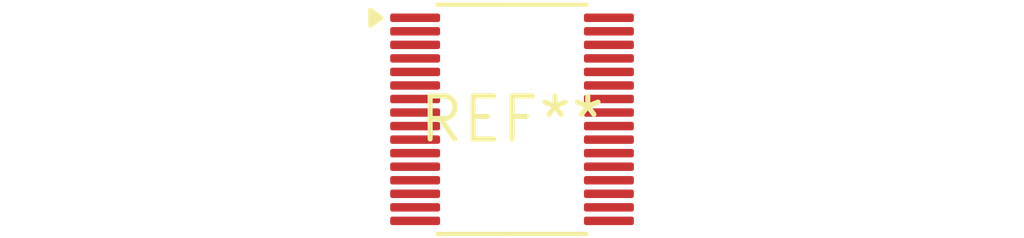
<source format=kicad_pcb>
(kicad_pcb (version 20240108) (generator pcbnew)
  (layers (0 "F.Cu" signal) (31 "B.Cu" signal) (34 "B.Paste" user) (35 "F.Paste" user) (36 "B.SilkS" user "B.Silkscreen") (37 "F.SilkS" user "F.Silkscreen") (38 "B.Mask" user) (39 "F.Mask" user) (44 "Edge.Cuts" user))
  (net 0 "")
  (footprint "TSSOP-32_4.4x6.5mm_P0.4mm" (layer "F.Cu") (at 0 0)
    (property "Reference" "REF**")
    (property "Value" "TSSOP-32_4.4x6.5mm_P0.4mm")
    (fp_line (start 0 -3.385) (end -2.2 -3.385) (layer "F.SilkS") (stroke (width 0.12)))
    (fp_line (start 0 -3.385) (end 2.2 -3.385) (layer "F.SilkS") (stroke (width 0.12)))
    (fp_line (start 0 3.385) (end -2.2 3.385) (layer "F.SilkS") (stroke (width 0.12)))
    (fp_line (start 0 3.385) (end 2.2 3.385) (layer "F.SilkS") (stroke (width 0.12)))
    (fp_poly (pts (xy -3.86 -3) (xy -4.19 -3.24) (xy -4.19 -2.76) (xy -3.86 -3)) (layer "F.SilkS") (stroke (width 0.12)) (fill solid))
    (pad "1" smd roundrect (at -2.8625 -3) (size 1.475 0.25) (layers "F.Cu" "F.Paste" "F.Mask"))
    (pad "2" smd roundrect (at -2.8625 -2.6) (size 1.475 0.25) (layers "F.Cu" "F.Paste" "F.Mask"))
    (pad "3" smd roundrect (at -2.8625 -2.2) (size 1.475 0.25) (layers "F.Cu" "F.Paste" "F.Mask"))
    (pad "4" smd roundrect (at -2.8625 -1.8) (size 1.475 0.25) (layers "F.Cu" "F.Paste" "F.Mask"))
    (pad "5" smd roundrect (at -2.8625 -1.4) (size 1.475 0.25) (layers "F.Cu" "F.Paste" "F.Mask"))
    (pad "6" smd roundrect (at -2.8625 -1) (size 1.475 0.25) (layers "F.Cu" "F.Paste" "F.Mask"))
    (pad "7" smd roundrect (at -2.8625 -0.6) (size 1.475 0.25) (layers "F.Cu" "F.Paste" "F.Mask"))
    (pad "8" smd roundrect (at -2.8625 -0.2) (size 1.475 0.25) (layers "F.Cu" "F.Paste" "F.Mask"))
    (pad "9" smd roundrect (at -2.8625 0.2) (size 1.475 0.25) (layers "F.Cu" "F.Paste" "F.Mask"))
    (pad "10" smd roundrect (at -2.8625 0.6) (size 1.475 0.25) (layers "F.Cu" "F.Paste" "F.Mask"))
    (pad "11" smd roundrect (at -2.8625 1) (size 1.475 0.25) (layers "F.Cu" "F.Paste" "F.Mask"))
    (pad "12" smd roundrect (at -2.8625 1.4) (size 1.475 0.25) (layers "F.Cu" "F.Paste" "F.Mask"))
    (pad "13" smd roundrect (at -2.8625 1.8) (size 1.475 0.25) (layers "F.Cu" "F.Paste" "F.Mask"))
    (pad "14" smd roundrect (at -2.8625 2.2) (size 1.475 0.25) (layers "F.Cu" "F.Paste" "F.Mask"))
    (pad "15" smd roundrect (at -2.8625 2.6) (size 1.475 0.25) (layers "F.Cu" "F.Paste" "F.Mask"))
    (pad "16" smd roundrect (at -2.8625 3) (size 1.475 0.25) (layers "F.Cu" "F.Paste" "F.Mask"))
    (pad "17" smd roundrect (at 2.8625 3) (size 1.475 0.25) (layers "F.Cu" "F.Paste" "F.Mask"))
    (pad "18" smd roundrect (at 2.8625 2.6) (size 1.475 0.25) (layers "F.Cu" "F.Paste" "F.Mask"))
    (pad "19" smd roundrect (at 2.8625 2.2) (size 1.475 0.25) (layers "F.Cu" "F.Paste" "F.Mask"))
    (pad "20" smd roundrect (at 2.8625 1.8) (size 1.475 0.25) (layers "F.Cu" "F.Paste" "F.Mask"))
    (pad "21" smd roundrect (at 2.8625 1.4) (size 1.475 0.25) (layers "F.Cu" "F.Paste" "F.Mask"))
    (pad "22" smd roundrect (at 2.8625 1) (size 1.475 0.25) (layers "F.Cu" "F.Paste" "F.Mask"))
    (pad "23" smd roundrect (at 2.8625 0.6) (size 1.475 0.25) (layers "F.Cu" "F.Paste" "F.Mask"))
    (pad "24" smd roundrect (at 2.8625 0.2) (size 1.475 0.25) (layers "F.Cu" "F.Paste" "F.Mask"))
    (pad "25" smd roundrect (at 2.8625 -0.2) (size 1.475 0.25) (layers "F.Cu" "F.Paste" "F.Mask"))
    (pad "26" smd roundrect (at 2.8625 -0.6) (size 1.475 0.25) (layers "F.Cu" "F.Paste" "F.Mask"))
    (pad "27" smd roundrect (at 2.8625 -1) (size 1.475 0.25) (layers "F.Cu" "F.Paste" "F.Mask"))
    (pad "28" smd roundrect (at 2.8625 -1.4) (size 1.475 0.25) (layers "F.Cu" "F.Paste" "F.Mask"))
    (pad "29" smd roundrect (at 2.8625 -1.8) (size 1.475 0.25) (layers "F.Cu" "F.Paste" "F.Mask"))
    (pad "30" smd roundrect (at 2.8625 -2.2) (size 1.475 0.25) (layers "F.Cu" "F.Paste" "F.Mask"))
    (pad "31" smd roundrect (at 2.8625 -2.6) (size 1.475 0.25) (layers "F.Cu" "F.Paste" "F.Mask"))
    (pad "32" smd roundrect (at 2.8625 -3) (size 1.475 0.25) (layers "F.Cu" "F.Paste" "F.Mask"))
  )
)
</source>
